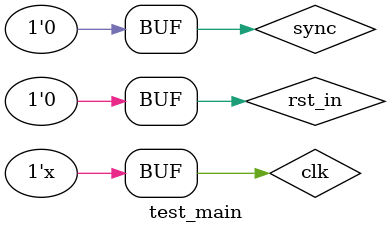
<source format=v>
`timescale 1ns / 1ps


module test_main;

	// Inputs
	reg rst_in;
	reg clk;
	reg sync;
	// Outputs
	wire [7:0] seg;
	wire [3:0] an;

	// Instantiate the Unit Under Test (UUT)
	main #(.freq (50), .debouncer_cycles (2)) uut (
		.rst_in(rst_in), 
		.clk(clk), 
		.seg(seg), 
		.sync (sync),
		.an(an)
	);

	initial begin
		// Initialize Inputs
		rst_in = 0;
		clk = 0;
		sync = 0;
		// Wait 100 ns for global reset to finish
		#50000000;
      
		rst_in = 1;
		#90000000;
		rst_in=0;
		// Add stimulus here

	end
   
	always begin
		clk = ~clk;
		#10000000;
	end
endmodule


</source>
